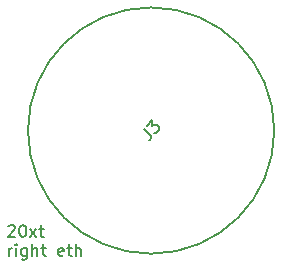
<source format=gbr>
%TF.GenerationSoftware,KiCad,Pcbnew,7.0.6*%
%TF.CreationDate,2024-04-06T15:43:43-04:00*%
%TF.ProjectId,peripheral_io_right_eth,70657269-7068-4657-9261-6c5f696f5f72,rev?*%
%TF.SameCoordinates,Original*%
%TF.FileFunction,Legend,Top*%
%TF.FilePolarity,Positive*%
%FSLAX46Y46*%
G04 Gerber Fmt 4.6, Leading zero omitted, Abs format (unit mm)*
G04 Created by KiCad (PCBNEW 7.0.6) date 2024-04-06 15:43:43*
%MOMM*%
%LPD*%
G01*
G04 APERTURE LIST*
%ADD10C,0.150000*%
%ADD11C,0.152400*%
G04 APERTURE END LIST*
D10*
X124582628Y-106879816D02*
X124630247Y-106832197D01*
X124630247Y-106832197D02*
X124725485Y-106784578D01*
X124725485Y-106784578D02*
X124963580Y-106784578D01*
X124963580Y-106784578D02*
X125058818Y-106832197D01*
X125058818Y-106832197D02*
X125106437Y-106879816D01*
X125106437Y-106879816D02*
X125154056Y-106975054D01*
X125154056Y-106975054D02*
X125154056Y-107070292D01*
X125154056Y-107070292D02*
X125106437Y-107213149D01*
X125106437Y-107213149D02*
X124535009Y-107784578D01*
X124535009Y-107784578D02*
X125154056Y-107784578D01*
X125773104Y-106784578D02*
X125868342Y-106784578D01*
X125868342Y-106784578D02*
X125963580Y-106832197D01*
X125963580Y-106832197D02*
X126011199Y-106879816D01*
X126011199Y-106879816D02*
X126058818Y-106975054D01*
X126058818Y-106975054D02*
X126106437Y-107165530D01*
X126106437Y-107165530D02*
X126106437Y-107403625D01*
X126106437Y-107403625D02*
X126058818Y-107594101D01*
X126058818Y-107594101D02*
X126011199Y-107689339D01*
X126011199Y-107689339D02*
X125963580Y-107736959D01*
X125963580Y-107736959D02*
X125868342Y-107784578D01*
X125868342Y-107784578D02*
X125773104Y-107784578D01*
X125773104Y-107784578D02*
X125677866Y-107736959D01*
X125677866Y-107736959D02*
X125630247Y-107689339D01*
X125630247Y-107689339D02*
X125582628Y-107594101D01*
X125582628Y-107594101D02*
X125535009Y-107403625D01*
X125535009Y-107403625D02*
X125535009Y-107165530D01*
X125535009Y-107165530D02*
X125582628Y-106975054D01*
X125582628Y-106975054D02*
X125630247Y-106879816D01*
X125630247Y-106879816D02*
X125677866Y-106832197D01*
X125677866Y-106832197D02*
X125773104Y-106784578D01*
X126439771Y-107784578D02*
X126963580Y-107117911D01*
X126439771Y-107117911D02*
X126963580Y-107784578D01*
X127201676Y-107117911D02*
X127582628Y-107117911D01*
X127344533Y-106784578D02*
X127344533Y-107641720D01*
X127344533Y-107641720D02*
X127392152Y-107736959D01*
X127392152Y-107736959D02*
X127487390Y-107784578D01*
X127487390Y-107784578D02*
X127582628Y-107784578D01*
X124630247Y-109394578D02*
X124630247Y-108727911D01*
X124630247Y-108918387D02*
X124677866Y-108823149D01*
X124677866Y-108823149D02*
X124725485Y-108775530D01*
X124725485Y-108775530D02*
X124820723Y-108727911D01*
X124820723Y-108727911D02*
X124915961Y-108727911D01*
X125249295Y-109394578D02*
X125249295Y-108727911D01*
X125249295Y-108394578D02*
X125201676Y-108442197D01*
X125201676Y-108442197D02*
X125249295Y-108489816D01*
X125249295Y-108489816D02*
X125296914Y-108442197D01*
X125296914Y-108442197D02*
X125249295Y-108394578D01*
X125249295Y-108394578D02*
X125249295Y-108489816D01*
X126154056Y-108727911D02*
X126154056Y-109537435D01*
X126154056Y-109537435D02*
X126106437Y-109632673D01*
X126106437Y-109632673D02*
X126058818Y-109680292D01*
X126058818Y-109680292D02*
X125963580Y-109727911D01*
X125963580Y-109727911D02*
X125820723Y-109727911D01*
X125820723Y-109727911D02*
X125725485Y-109680292D01*
X126154056Y-109346959D02*
X126058818Y-109394578D01*
X126058818Y-109394578D02*
X125868342Y-109394578D01*
X125868342Y-109394578D02*
X125773104Y-109346959D01*
X125773104Y-109346959D02*
X125725485Y-109299339D01*
X125725485Y-109299339D02*
X125677866Y-109204101D01*
X125677866Y-109204101D02*
X125677866Y-108918387D01*
X125677866Y-108918387D02*
X125725485Y-108823149D01*
X125725485Y-108823149D02*
X125773104Y-108775530D01*
X125773104Y-108775530D02*
X125868342Y-108727911D01*
X125868342Y-108727911D02*
X126058818Y-108727911D01*
X126058818Y-108727911D02*
X126154056Y-108775530D01*
X126630247Y-109394578D02*
X126630247Y-108394578D01*
X127058818Y-109394578D02*
X127058818Y-108870768D01*
X127058818Y-108870768D02*
X127011199Y-108775530D01*
X127011199Y-108775530D02*
X126915961Y-108727911D01*
X126915961Y-108727911D02*
X126773104Y-108727911D01*
X126773104Y-108727911D02*
X126677866Y-108775530D01*
X126677866Y-108775530D02*
X126630247Y-108823149D01*
X127392152Y-108727911D02*
X127773104Y-108727911D01*
X127535009Y-108394578D02*
X127535009Y-109251720D01*
X127535009Y-109251720D02*
X127582628Y-109346959D01*
X127582628Y-109346959D02*
X127677866Y-109394578D01*
X127677866Y-109394578D02*
X127773104Y-109394578D01*
X129249295Y-109346959D02*
X129154057Y-109394578D01*
X129154057Y-109394578D02*
X128963581Y-109394578D01*
X128963581Y-109394578D02*
X128868343Y-109346959D01*
X128868343Y-109346959D02*
X128820724Y-109251720D01*
X128820724Y-109251720D02*
X128820724Y-108870768D01*
X128820724Y-108870768D02*
X128868343Y-108775530D01*
X128868343Y-108775530D02*
X128963581Y-108727911D01*
X128963581Y-108727911D02*
X129154057Y-108727911D01*
X129154057Y-108727911D02*
X129249295Y-108775530D01*
X129249295Y-108775530D02*
X129296914Y-108870768D01*
X129296914Y-108870768D02*
X129296914Y-108966006D01*
X129296914Y-108966006D02*
X128820724Y-109061244D01*
X129582629Y-108727911D02*
X129963581Y-108727911D01*
X129725486Y-108394578D02*
X129725486Y-109251720D01*
X129725486Y-109251720D02*
X129773105Y-109346959D01*
X129773105Y-109346959D02*
X129868343Y-109394578D01*
X129868343Y-109394578D02*
X129963581Y-109394578D01*
X130296915Y-109394578D02*
X130296915Y-108394578D01*
X130725486Y-109394578D02*
X130725486Y-108870768D01*
X130725486Y-108870768D02*
X130677867Y-108775530D01*
X130677867Y-108775530D02*
X130582629Y-108727911D01*
X130582629Y-108727911D02*
X130439772Y-108727911D01*
X130439772Y-108727911D02*
X130344534Y-108775530D01*
X130344534Y-108775530D02*
X130296915Y-108823149D01*
X136061836Y-98640192D02*
X136566912Y-99145268D01*
X136566912Y-99145268D02*
X136634256Y-99279955D01*
X136634256Y-99279955D02*
X136634256Y-99414642D01*
X136634256Y-99414642D02*
X136566912Y-99549329D01*
X136566912Y-99549329D02*
X136499569Y-99616673D01*
X136331210Y-98370818D02*
X136768943Y-97933085D01*
X136768943Y-97933085D02*
X136802615Y-98438161D01*
X136802615Y-98438161D02*
X136903630Y-98337146D01*
X136903630Y-98337146D02*
X137004645Y-98303474D01*
X137004645Y-98303474D02*
X137071989Y-98303474D01*
X137071989Y-98303474D02*
X137173004Y-98337146D01*
X137173004Y-98337146D02*
X137341363Y-98505505D01*
X137341363Y-98505505D02*
X137375034Y-98606520D01*
X137375034Y-98606520D02*
X137375034Y-98673863D01*
X137375034Y-98673863D02*
X137341363Y-98774879D01*
X137341363Y-98774879D02*
X137139332Y-98976909D01*
X137139332Y-98976909D02*
X137038317Y-99010581D01*
X137038317Y-99010581D02*
X136970973Y-99010581D01*
D11*
%TO.C,J3*%
X147109740Y-98789991D02*
G75*
G03*
X147109740Y-98789991I-10426700J0D01*
G01*
%TD*%
M02*

</source>
